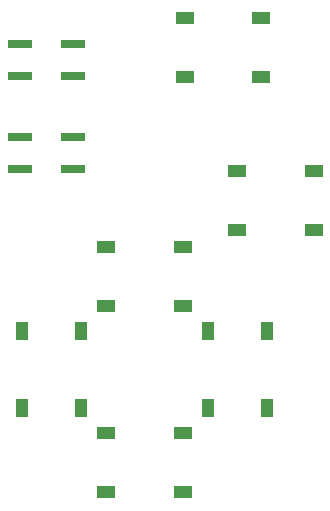
<source format=gtp>
%TF.GenerationSoftware,KiCad,Pcbnew,(5.1.10)-1*%
%TF.CreationDate,2021-07-07T23:01:47-07:00*%
%TF.ProjectId,tactileAGB,74616374-696c-4654-9147-422e6b696361,1.0*%
%TF.SameCoordinates,Original*%
%TF.FileFunction,Paste,Top*%
%TF.FilePolarity,Positive*%
%FSLAX46Y46*%
G04 Gerber Fmt 4.6, Leading zero omitted, Abs format (unit mm)*
G04 Created by KiCad (PCBNEW (5.1.10)-1) date 2021-07-07 23:01:47*
%MOMM*%
%LPD*%
G01*
G04 APERTURE LIST*
%ADD10R,1.500000X1.100000*%
%ADD11R,1.100000X1.500000*%
%ADD12R,2.000000X0.650000*%
G04 APERTURE END LIST*
D10*
%TO.C,A*%
X76240190Y-26422502D03*
X82740190Y-26422502D03*
X82740190Y-31422502D03*
X76240190Y-31422502D03*
%TD*%
%TO.C,B*%
X87175038Y-44355793D03*
X80675038Y-44355793D03*
X80675038Y-39355793D03*
X87175038Y-39355793D03*
%TD*%
%TO.C,\u2191*%
X69597007Y-61573175D03*
X76097007Y-61573175D03*
X76097007Y-66573175D03*
X69597007Y-66573175D03*
%TD*%
D11*
%TO.C,\u2191*%
X67479507Y-52955675D03*
X67479507Y-59455675D03*
X62479507Y-59455675D03*
X62479507Y-52955675D03*
%TD*%
%TO.C,\u2191*%
X78214507Y-59455675D03*
X78214507Y-52955675D03*
X83214507Y-52955675D03*
X83214507Y-59455675D03*
%TD*%
D10*
%TO.C,\u2191*%
X76097007Y-50838175D03*
X69597007Y-50838175D03*
X69597007Y-45838175D03*
X76097007Y-45838175D03*
%TD*%
D12*
%TO.C,SELECT1*%
X66780000Y-31345000D03*
X62280000Y-31345000D03*
X62280000Y-28595000D03*
X66780000Y-28595000D03*
%TD*%
%TO.C,START1*%
X62280000Y-36473868D03*
X66780000Y-36473868D03*
X66780000Y-39223868D03*
X62280000Y-39223868D03*
%TD*%
M02*

</source>
